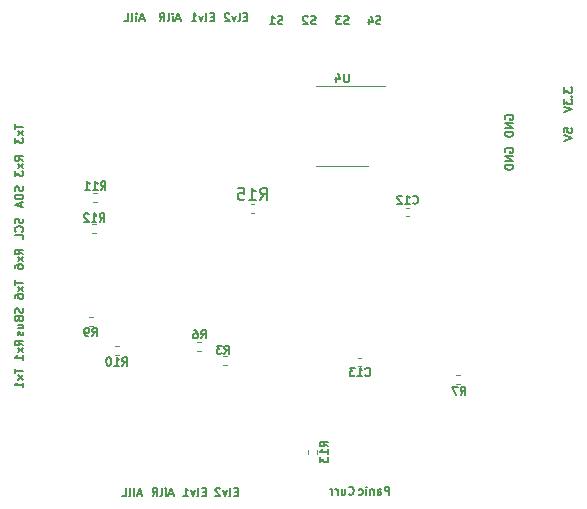
<source format=gbr>
%TF.GenerationSoftware,KiCad,Pcbnew,(6.0.1)*%
%TF.CreationDate,2022-08-29T10:58:40+03:00*%
%TF.ProjectId,flight controller,666c6967-6874-4206-936f-6e74726f6c6c,rev?*%
%TF.SameCoordinates,Original*%
%TF.FileFunction,Legend,Bot*%
%TF.FilePolarity,Positive*%
%FSLAX46Y46*%
G04 Gerber Fmt 4.6, Leading zero omitted, Abs format (unit mm)*
G04 Created by KiCad (PCBNEW (6.0.1)) date 2022-08-29 10:58:40*
%MOMM*%
%LPD*%
G01*
G04 APERTURE LIST*
%ADD10C,0.150000*%
%ADD11C,0.120000*%
G04 APERTURE END LIST*
D10*
%TO.C,Elv2*%
X134233333Y-110490000D02*
X134000000Y-110490000D01*
X133900000Y-110856666D02*
X134233333Y-110856666D01*
X134233333Y-110156666D01*
X133900000Y-110156666D01*
X133500000Y-110856666D02*
X133566666Y-110823333D01*
X133600000Y-110756666D01*
X133600000Y-110156666D01*
X133300000Y-110390000D02*
X133133333Y-110856666D01*
X132966666Y-110390000D01*
X132733333Y-110223333D02*
X132700000Y-110190000D01*
X132633333Y-110156666D01*
X132466666Y-110156666D01*
X132400000Y-110190000D01*
X132366666Y-110223333D01*
X132333333Y-110290000D01*
X132333333Y-110356666D01*
X132366666Y-110456666D01*
X132766666Y-110856666D01*
X132333333Y-110856666D01*
%TO.C,Panic*%
X147083333Y-110756666D02*
X147083333Y-110056666D01*
X146816666Y-110056666D01*
X146750000Y-110090000D01*
X146716666Y-110123333D01*
X146683333Y-110190000D01*
X146683333Y-110290000D01*
X146716666Y-110356666D01*
X146750000Y-110390000D01*
X146816666Y-110423333D01*
X147083333Y-110423333D01*
X146083333Y-110756666D02*
X146083333Y-110390000D01*
X146116666Y-110323333D01*
X146183333Y-110290000D01*
X146316666Y-110290000D01*
X146383333Y-110323333D01*
X146083333Y-110723333D02*
X146150000Y-110756666D01*
X146316666Y-110756666D01*
X146383333Y-110723333D01*
X146416666Y-110656666D01*
X146416666Y-110590000D01*
X146383333Y-110523333D01*
X146316666Y-110490000D01*
X146150000Y-110490000D01*
X146083333Y-110456666D01*
X145750000Y-110290000D02*
X145750000Y-110756666D01*
X145750000Y-110356666D02*
X145716666Y-110323333D01*
X145650000Y-110290000D01*
X145550000Y-110290000D01*
X145483333Y-110323333D01*
X145450000Y-110390000D01*
X145450000Y-110756666D01*
X145116666Y-110756666D02*
X145116666Y-110290000D01*
X145116666Y-110056666D02*
X145150000Y-110090000D01*
X145116666Y-110123333D01*
X145083333Y-110090000D01*
X145116666Y-110056666D01*
X145116666Y-110123333D01*
X144483333Y-110723333D02*
X144550000Y-110756666D01*
X144683333Y-110756666D01*
X144750000Y-110723333D01*
X144783333Y-110690000D01*
X144816666Y-110623333D01*
X144816666Y-110423333D01*
X144783333Y-110356666D01*
X144750000Y-110323333D01*
X144683333Y-110290000D01*
X144550000Y-110290000D01*
X144483333Y-110323333D01*
%TO.C,R3*%
X133116666Y-98816666D02*
X133350000Y-98483333D01*
X133516666Y-98816666D02*
X133516666Y-98116666D01*
X133250000Y-98116666D01*
X133183333Y-98150000D01*
X133150000Y-98183333D01*
X133116666Y-98250000D01*
X133116666Y-98350000D01*
X133150000Y-98416666D01*
X133183333Y-98450000D01*
X133250000Y-98483333D01*
X133516666Y-98483333D01*
X132883333Y-98116666D02*
X132450000Y-98116666D01*
X132683333Y-98383333D01*
X132583333Y-98383333D01*
X132516666Y-98416666D01*
X132483333Y-98450000D01*
X132450000Y-98516666D01*
X132450000Y-98683333D01*
X132483333Y-98750000D01*
X132516666Y-98783333D01*
X132583333Y-98816666D01*
X132783333Y-98816666D01*
X132850000Y-98783333D01*
X132883333Y-98750000D01*
%TO.C,Elv2*%
X135033333Y-70310000D02*
X134800000Y-70310000D01*
X134700000Y-70676666D02*
X135033333Y-70676666D01*
X135033333Y-69976666D01*
X134700000Y-69976666D01*
X134300000Y-70676666D02*
X134366666Y-70643333D01*
X134400000Y-70576666D01*
X134400000Y-69976666D01*
X134100000Y-70210000D02*
X133933333Y-70676666D01*
X133766666Y-70210000D01*
X133533333Y-70043333D02*
X133500000Y-70010000D01*
X133433333Y-69976666D01*
X133266666Y-69976666D01*
X133200000Y-70010000D01*
X133166666Y-70043333D01*
X133133333Y-70110000D01*
X133133333Y-70176666D01*
X133166666Y-70276666D01*
X133566666Y-70676666D01*
X133133333Y-70676666D01*
%TO.C,S4*%
X146333333Y-70883333D02*
X146233333Y-70916666D01*
X146066666Y-70916666D01*
X146000000Y-70883333D01*
X145966666Y-70850000D01*
X145933333Y-70783333D01*
X145933333Y-70716666D01*
X145966666Y-70650000D01*
X146000000Y-70616666D01*
X146066666Y-70583333D01*
X146200000Y-70550000D01*
X146266666Y-70516666D01*
X146300000Y-70483333D01*
X146333333Y-70416666D01*
X146333333Y-70350000D01*
X146300000Y-70283333D01*
X146266666Y-70250000D01*
X146200000Y-70216666D01*
X146033333Y-70216666D01*
X145933333Y-70250000D01*
X145333333Y-70450000D02*
X145333333Y-70916666D01*
X145500000Y-70183333D02*
X145666666Y-70683333D01*
X145233333Y-70683333D01*
%TO.C,R9*%
X121916666Y-97316666D02*
X122150000Y-96983333D01*
X122316666Y-97316666D02*
X122316666Y-96616666D01*
X122050000Y-96616666D01*
X121983333Y-96650000D01*
X121950000Y-96683333D01*
X121916666Y-96750000D01*
X121916666Y-96850000D01*
X121950000Y-96916666D01*
X121983333Y-96950000D01*
X122050000Y-96983333D01*
X122316666Y-96983333D01*
X121583333Y-97316666D02*
X121450000Y-97316666D01*
X121383333Y-97283333D01*
X121350000Y-97250000D01*
X121283333Y-97150000D01*
X121250000Y-97016666D01*
X121250000Y-96750000D01*
X121283333Y-96683333D01*
X121316666Y-96650000D01*
X121383333Y-96616666D01*
X121516666Y-96616666D01*
X121583333Y-96650000D01*
X121616666Y-96683333D01*
X121650000Y-96750000D01*
X121650000Y-96916666D01*
X121616666Y-96983333D01*
X121583333Y-97016666D01*
X121516666Y-97050000D01*
X121383333Y-97050000D01*
X121316666Y-97016666D01*
X121283333Y-96983333D01*
X121250000Y-96916666D01*
%TO.C,3.3V*%
X161856666Y-76266666D02*
X161856666Y-76700000D01*
X162123333Y-76466666D01*
X162123333Y-76566666D01*
X162156666Y-76633333D01*
X162190000Y-76666666D01*
X162256666Y-76700000D01*
X162423333Y-76700000D01*
X162490000Y-76666666D01*
X162523333Y-76633333D01*
X162556666Y-76566666D01*
X162556666Y-76366666D01*
X162523333Y-76300000D01*
X162490000Y-76266666D01*
X162490000Y-77000000D02*
X162523333Y-77033333D01*
X162556666Y-77000000D01*
X162523333Y-76966666D01*
X162490000Y-77000000D01*
X162556666Y-77000000D01*
X161856666Y-77266666D02*
X161856666Y-77700000D01*
X162123333Y-77466666D01*
X162123333Y-77566666D01*
X162156666Y-77633333D01*
X162190000Y-77666666D01*
X162256666Y-77700000D01*
X162423333Y-77700000D01*
X162490000Y-77666666D01*
X162523333Y-77633333D01*
X162556666Y-77566666D01*
X162556666Y-77366666D01*
X162523333Y-77300000D01*
X162490000Y-77266666D01*
X161856666Y-77900000D02*
X162556666Y-78133333D01*
X161856666Y-78366666D01*
%TO.C,C12*%
X149082500Y-86050000D02*
X149115833Y-86083333D01*
X149215833Y-86116666D01*
X149282500Y-86116666D01*
X149382500Y-86083333D01*
X149449166Y-86016666D01*
X149482500Y-85950000D01*
X149515833Y-85816666D01*
X149515833Y-85716666D01*
X149482500Y-85583333D01*
X149449166Y-85516666D01*
X149382500Y-85450000D01*
X149282500Y-85416666D01*
X149215833Y-85416666D01*
X149115833Y-85450000D01*
X149082500Y-85483333D01*
X148415833Y-86116666D02*
X148815833Y-86116666D01*
X148615833Y-86116666D02*
X148615833Y-85416666D01*
X148682500Y-85516666D01*
X148749166Y-85583333D01*
X148815833Y-85616666D01*
X148149166Y-85483333D02*
X148115833Y-85450000D01*
X148049166Y-85416666D01*
X147882500Y-85416666D01*
X147815833Y-85450000D01*
X147782500Y-85483333D01*
X147749166Y-85550000D01*
X147749166Y-85616666D01*
X147782500Y-85716666D01*
X148182500Y-86116666D01*
X147749166Y-86116666D01*
%TO.C,S1*%
X138033333Y-70883333D02*
X137933333Y-70916666D01*
X137766666Y-70916666D01*
X137700000Y-70883333D01*
X137666666Y-70850000D01*
X137633333Y-70783333D01*
X137633333Y-70716666D01*
X137666666Y-70650000D01*
X137700000Y-70616666D01*
X137766666Y-70583333D01*
X137900000Y-70550000D01*
X137966666Y-70516666D01*
X138000000Y-70483333D01*
X138033333Y-70416666D01*
X138033333Y-70350000D01*
X138000000Y-70283333D01*
X137966666Y-70250000D01*
X137900000Y-70216666D01*
X137733333Y-70216666D01*
X137633333Y-70250000D01*
X136966666Y-70916666D02*
X137366666Y-70916666D01*
X137166666Y-70916666D02*
X137166666Y-70216666D01*
X137233333Y-70316666D01*
X137300000Y-70383333D01*
X137366666Y-70416666D01*
%TO.C,U4*%
X143633333Y-75116666D02*
X143633333Y-75683333D01*
X143600000Y-75750000D01*
X143566666Y-75783333D01*
X143500000Y-75816666D01*
X143366666Y-75816666D01*
X143300000Y-75783333D01*
X143266666Y-75750000D01*
X143233333Y-75683333D01*
X143233333Y-75116666D01*
X142600000Y-75350000D02*
X142600000Y-75816666D01*
X142766666Y-75083333D02*
X142933333Y-75583333D01*
X142500000Y-75583333D01*
%TO.C, *%
%TO.C,AilR*%
X129366666Y-70476666D02*
X129033333Y-70476666D01*
X129433333Y-70676666D02*
X129200000Y-69976666D01*
X128966666Y-70676666D01*
X128733333Y-70676666D02*
X128733333Y-70210000D01*
X128733333Y-69976666D02*
X128766666Y-70010000D01*
X128733333Y-70043333D01*
X128700000Y-70010000D01*
X128733333Y-69976666D01*
X128733333Y-70043333D01*
X128300000Y-70676666D02*
X128366666Y-70643333D01*
X128400000Y-70576666D01*
X128400000Y-69976666D01*
X127633333Y-70676666D02*
X127866666Y-70343333D01*
X128033333Y-70676666D02*
X128033333Y-69976666D01*
X127766666Y-69976666D01*
X127700000Y-70010000D01*
X127666666Y-70043333D01*
X127633333Y-70110000D01*
X127633333Y-70210000D01*
X127666666Y-70276666D01*
X127700000Y-70310000D01*
X127766666Y-70343333D01*
X128033333Y-70343333D01*
%TO.C,SCL*%
X116043333Y-87366666D02*
X116076666Y-87466666D01*
X116076666Y-87633333D01*
X116043333Y-87700000D01*
X116010000Y-87733333D01*
X115943333Y-87766666D01*
X115876666Y-87766666D01*
X115810000Y-87733333D01*
X115776666Y-87700000D01*
X115743333Y-87633333D01*
X115710000Y-87500000D01*
X115676666Y-87433333D01*
X115643333Y-87400000D01*
X115576666Y-87366666D01*
X115510000Y-87366666D01*
X115443333Y-87400000D01*
X115410000Y-87433333D01*
X115376666Y-87500000D01*
X115376666Y-87666666D01*
X115410000Y-87766666D01*
X116010000Y-88466666D02*
X116043333Y-88433333D01*
X116076666Y-88333333D01*
X116076666Y-88266666D01*
X116043333Y-88166666D01*
X115976666Y-88100000D01*
X115910000Y-88066666D01*
X115776666Y-88033333D01*
X115676666Y-88033333D01*
X115543333Y-88066666D01*
X115476666Y-88100000D01*
X115410000Y-88166666D01*
X115376666Y-88266666D01*
X115376666Y-88333333D01*
X115410000Y-88433333D01*
X115443333Y-88466666D01*
X116076666Y-89100000D02*
X116076666Y-88766666D01*
X115376666Y-88766666D01*
%TO.C, *%
%TO.C,  *%
%TO.C,R6*%
X131119166Y-97516666D02*
X131352500Y-97183333D01*
X131519166Y-97516666D02*
X131519166Y-96816666D01*
X131252500Y-96816666D01*
X131185833Y-96850000D01*
X131152500Y-96883333D01*
X131119166Y-96950000D01*
X131119166Y-97050000D01*
X131152500Y-97116666D01*
X131185833Y-97150000D01*
X131252500Y-97183333D01*
X131519166Y-97183333D01*
X130519166Y-96816666D02*
X130652500Y-96816666D01*
X130719166Y-96850000D01*
X130752500Y-96883333D01*
X130819166Y-96983333D01*
X130852500Y-97116666D01*
X130852500Y-97383333D01*
X130819166Y-97450000D01*
X130785833Y-97483333D01*
X130719166Y-97516666D01*
X130585833Y-97516666D01*
X130519166Y-97483333D01*
X130485833Y-97450000D01*
X130452500Y-97383333D01*
X130452500Y-97216666D01*
X130485833Y-97150000D01*
X130519166Y-97116666D01*
X130585833Y-97083333D01*
X130719166Y-97083333D01*
X130785833Y-97116666D01*
X130819166Y-97150000D01*
X130852500Y-97216666D01*
%TO.C,C13*%
X145050000Y-100650000D02*
X145083333Y-100683333D01*
X145183333Y-100716666D01*
X145250000Y-100716666D01*
X145350000Y-100683333D01*
X145416666Y-100616666D01*
X145450000Y-100550000D01*
X145483333Y-100416666D01*
X145483333Y-100316666D01*
X145450000Y-100183333D01*
X145416666Y-100116666D01*
X145350000Y-100050000D01*
X145250000Y-100016666D01*
X145183333Y-100016666D01*
X145083333Y-100050000D01*
X145050000Y-100083333D01*
X144383333Y-100716666D02*
X144783333Y-100716666D01*
X144583333Y-100716666D02*
X144583333Y-100016666D01*
X144650000Y-100116666D01*
X144716666Y-100183333D01*
X144783333Y-100216666D01*
X144150000Y-100016666D02*
X143716666Y-100016666D01*
X143950000Y-100283333D01*
X143850000Y-100283333D01*
X143783333Y-100316666D01*
X143750000Y-100350000D01*
X143716666Y-100416666D01*
X143716666Y-100583333D01*
X143750000Y-100650000D01*
X143783333Y-100683333D01*
X143850000Y-100716666D01*
X144050000Y-100716666D01*
X144116666Y-100683333D01*
X144150000Y-100650000D01*
%TO.C,GND*%
X156890000Y-81766666D02*
X156856666Y-81700000D01*
X156856666Y-81600000D01*
X156890000Y-81500000D01*
X156956666Y-81433333D01*
X157023333Y-81400000D01*
X157156666Y-81366666D01*
X157256666Y-81366666D01*
X157390000Y-81400000D01*
X157456666Y-81433333D01*
X157523333Y-81500000D01*
X157556666Y-81600000D01*
X157556666Y-81666666D01*
X157523333Y-81766666D01*
X157490000Y-81800000D01*
X157256666Y-81800000D01*
X157256666Y-81666666D01*
X157556666Y-82100000D02*
X156856666Y-82100000D01*
X157556666Y-82500000D01*
X156856666Y-82500000D01*
X157556666Y-82833333D02*
X156856666Y-82833333D01*
X156856666Y-83000000D01*
X156890000Y-83100000D01*
X156956666Y-83166666D01*
X157023333Y-83200000D01*
X157156666Y-83233333D01*
X157256666Y-83233333D01*
X157390000Y-83200000D01*
X157456666Y-83166666D01*
X157523333Y-83100000D01*
X157556666Y-83000000D01*
X157556666Y-82833333D01*
%TO.C,R15*%
X136140357Y-85782380D02*
X136473690Y-85306190D01*
X136711785Y-85782380D02*
X136711785Y-84782380D01*
X136330833Y-84782380D01*
X136235595Y-84830000D01*
X136187976Y-84877619D01*
X136140357Y-84972857D01*
X136140357Y-85115714D01*
X136187976Y-85210952D01*
X136235595Y-85258571D01*
X136330833Y-85306190D01*
X136711785Y-85306190D01*
X135187976Y-85782380D02*
X135759404Y-85782380D01*
X135473690Y-85782380D02*
X135473690Y-84782380D01*
X135568928Y-84925238D01*
X135664166Y-85020476D01*
X135759404Y-85068095D01*
X134283214Y-84782380D02*
X134759404Y-84782380D01*
X134807023Y-85258571D01*
X134759404Y-85210952D01*
X134664166Y-85163333D01*
X134426071Y-85163333D01*
X134330833Y-85210952D01*
X134283214Y-85258571D01*
X134235595Y-85353809D01*
X134235595Y-85591904D01*
X134283214Y-85687142D01*
X134330833Y-85734761D01*
X134426071Y-85782380D01*
X134664166Y-85782380D01*
X134759404Y-85734761D01*
X134807023Y-85687142D01*
%TO.C,S2*%
X140833333Y-70883333D02*
X140733333Y-70916666D01*
X140566666Y-70916666D01*
X140500000Y-70883333D01*
X140466666Y-70850000D01*
X140433333Y-70783333D01*
X140433333Y-70716666D01*
X140466666Y-70650000D01*
X140500000Y-70616666D01*
X140566666Y-70583333D01*
X140700000Y-70550000D01*
X140766666Y-70516666D01*
X140800000Y-70483333D01*
X140833333Y-70416666D01*
X140833333Y-70350000D01*
X140800000Y-70283333D01*
X140766666Y-70250000D01*
X140700000Y-70216666D01*
X140533333Y-70216666D01*
X140433333Y-70250000D01*
X140166666Y-70283333D02*
X140133333Y-70250000D01*
X140066666Y-70216666D01*
X139900000Y-70216666D01*
X139833333Y-70250000D01*
X139800000Y-70283333D01*
X139766666Y-70350000D01*
X139766666Y-70416666D01*
X139800000Y-70516666D01*
X140200000Y-70916666D01*
X139766666Y-70916666D01*
%TO.C,Rx6*%
X116076666Y-90400000D02*
X115743333Y-90166666D01*
X116076666Y-90000000D02*
X115376666Y-90000000D01*
X115376666Y-90266666D01*
X115410000Y-90333333D01*
X115443333Y-90366666D01*
X115510000Y-90400000D01*
X115610000Y-90400000D01*
X115676666Y-90366666D01*
X115710000Y-90333333D01*
X115743333Y-90266666D01*
X115743333Y-90000000D01*
X116076666Y-90633333D02*
X115610000Y-91000000D01*
X115610000Y-90633333D02*
X116076666Y-91000000D01*
X115376666Y-91566666D02*
X115376666Y-91433333D01*
X115410000Y-91366666D01*
X115443333Y-91333333D01*
X115543333Y-91266666D01*
X115676666Y-91233333D01*
X115943333Y-91233333D01*
X116010000Y-91266666D01*
X116043333Y-91300000D01*
X116076666Y-91366666D01*
X116076666Y-91500000D01*
X116043333Y-91566666D01*
X116010000Y-91600000D01*
X115943333Y-91633333D01*
X115776666Y-91633333D01*
X115710000Y-91600000D01*
X115676666Y-91566666D01*
X115643333Y-91500000D01*
X115643333Y-91366666D01*
X115676666Y-91300000D01*
X115710000Y-91266666D01*
X115776666Y-91233333D01*
%TO.C, *%
%TO.C,AilR*%
X128766666Y-110656666D02*
X128433333Y-110656666D01*
X128833333Y-110856666D02*
X128600000Y-110156666D01*
X128366666Y-110856666D01*
X128133333Y-110856666D02*
X128133333Y-110390000D01*
X128133333Y-110156666D02*
X128166666Y-110190000D01*
X128133333Y-110223333D01*
X128100000Y-110190000D01*
X128133333Y-110156666D01*
X128133333Y-110223333D01*
X127700000Y-110856666D02*
X127766666Y-110823333D01*
X127800000Y-110756666D01*
X127800000Y-110156666D01*
X127033333Y-110856666D02*
X127266666Y-110523333D01*
X127433333Y-110856666D02*
X127433333Y-110156666D01*
X127166666Y-110156666D01*
X127100000Y-110190000D01*
X127066666Y-110223333D01*
X127033333Y-110290000D01*
X127033333Y-110390000D01*
X127066666Y-110456666D01*
X127100000Y-110490000D01*
X127166666Y-110523333D01*
X127433333Y-110523333D01*
%TO.C, *%
%TO.C,R7*%
X153116666Y-102316666D02*
X153350000Y-101983333D01*
X153516666Y-102316666D02*
X153516666Y-101616666D01*
X153250000Y-101616666D01*
X153183333Y-101650000D01*
X153150000Y-101683333D01*
X153116666Y-101750000D01*
X153116666Y-101850000D01*
X153150000Y-101916666D01*
X153183333Y-101950000D01*
X153250000Y-101983333D01*
X153516666Y-101983333D01*
X152883333Y-101616666D02*
X152416666Y-101616666D01*
X152716666Y-102316666D01*
%TO.C,5V*%
X161856666Y-80066666D02*
X161856666Y-79733333D01*
X162190000Y-79700000D01*
X162156666Y-79733333D01*
X162123333Y-79800000D01*
X162123333Y-79966666D01*
X162156666Y-80033333D01*
X162190000Y-80066666D01*
X162256666Y-80100000D01*
X162423333Y-80100000D01*
X162490000Y-80066666D01*
X162523333Y-80033333D01*
X162556666Y-79966666D01*
X162556666Y-79800000D01*
X162523333Y-79733333D01*
X162490000Y-79700000D01*
X161856666Y-80300000D02*
X162556666Y-80533333D01*
X161856666Y-80766666D01*
%TO.C,GND*%
X156890000Y-78966666D02*
X156856666Y-78900000D01*
X156856666Y-78800000D01*
X156890000Y-78700000D01*
X156956666Y-78633333D01*
X157023333Y-78600000D01*
X157156666Y-78566666D01*
X157256666Y-78566666D01*
X157390000Y-78600000D01*
X157456666Y-78633333D01*
X157523333Y-78700000D01*
X157556666Y-78800000D01*
X157556666Y-78866666D01*
X157523333Y-78966666D01*
X157490000Y-79000000D01*
X157256666Y-79000000D01*
X157256666Y-78866666D01*
X157556666Y-79300000D02*
X156856666Y-79300000D01*
X157556666Y-79700000D01*
X156856666Y-79700000D01*
X157556666Y-80033333D02*
X156856666Y-80033333D01*
X156856666Y-80200000D01*
X156890000Y-80300000D01*
X156956666Y-80366666D01*
X157023333Y-80400000D01*
X157156666Y-80433333D01*
X157256666Y-80433333D01*
X157390000Y-80400000D01*
X157456666Y-80366666D01*
X157523333Y-80300000D01*
X157556666Y-80200000D01*
X157556666Y-80033333D01*
%TO.C,Elv1*%
X131533333Y-110490000D02*
X131300000Y-110490000D01*
X131200000Y-110856666D02*
X131533333Y-110856666D01*
X131533333Y-110156666D01*
X131200000Y-110156666D01*
X130800000Y-110856666D02*
X130866666Y-110823333D01*
X130900000Y-110756666D01*
X130900000Y-110156666D01*
X130600000Y-110390000D02*
X130433333Y-110856666D01*
X130266666Y-110390000D01*
X129633333Y-110856666D02*
X130033333Y-110856666D01*
X129833333Y-110856666D02*
X129833333Y-110156666D01*
X129900000Y-110256666D01*
X129966666Y-110323333D01*
X130033333Y-110356666D01*
%TO.C,Tx6*%
X115376666Y-92583333D02*
X115376666Y-92983333D01*
X116076666Y-92783333D02*
X115376666Y-92783333D01*
X116076666Y-93150000D02*
X115610000Y-93516666D01*
X115610000Y-93150000D02*
X116076666Y-93516666D01*
X115376666Y-94083333D02*
X115376666Y-93950000D01*
X115410000Y-93883333D01*
X115443333Y-93850000D01*
X115543333Y-93783333D01*
X115676666Y-93750000D01*
X115943333Y-93750000D01*
X116010000Y-93783333D01*
X116043333Y-93816666D01*
X116076666Y-93883333D01*
X116076666Y-94016666D01*
X116043333Y-94083333D01*
X116010000Y-94116666D01*
X115943333Y-94150000D01*
X115776666Y-94150000D01*
X115710000Y-94116666D01*
X115676666Y-94083333D01*
X115643333Y-94016666D01*
X115643333Y-93883333D01*
X115676666Y-93816666D01*
X115710000Y-93783333D01*
X115776666Y-93750000D01*
%TO.C, *%
%TO.C,R10*%
X124450000Y-99816666D02*
X124683333Y-99483333D01*
X124850000Y-99816666D02*
X124850000Y-99116666D01*
X124583333Y-99116666D01*
X124516666Y-99150000D01*
X124483333Y-99183333D01*
X124450000Y-99250000D01*
X124450000Y-99350000D01*
X124483333Y-99416666D01*
X124516666Y-99450000D01*
X124583333Y-99483333D01*
X124850000Y-99483333D01*
X123783333Y-99816666D02*
X124183333Y-99816666D01*
X123983333Y-99816666D02*
X123983333Y-99116666D01*
X124050000Y-99216666D01*
X124116666Y-99283333D01*
X124183333Y-99316666D01*
X123350000Y-99116666D02*
X123283333Y-99116666D01*
X123216666Y-99150000D01*
X123183333Y-99183333D01*
X123150000Y-99250000D01*
X123116666Y-99383333D01*
X123116666Y-99550000D01*
X123150000Y-99683333D01*
X123183333Y-99750000D01*
X123216666Y-99783333D01*
X123283333Y-99816666D01*
X123350000Y-99816666D01*
X123416666Y-99783333D01*
X123450000Y-99750000D01*
X123483333Y-99683333D01*
X123516666Y-99550000D01*
X123516666Y-99383333D01*
X123483333Y-99250000D01*
X123450000Y-99183333D01*
X123416666Y-99150000D01*
X123350000Y-99116666D01*
%TO.C,R12*%
X122550000Y-87616666D02*
X122783333Y-87283333D01*
X122950000Y-87616666D02*
X122950000Y-86916666D01*
X122683333Y-86916666D01*
X122616666Y-86950000D01*
X122583333Y-86983333D01*
X122550000Y-87050000D01*
X122550000Y-87150000D01*
X122583333Y-87216666D01*
X122616666Y-87250000D01*
X122683333Y-87283333D01*
X122950000Y-87283333D01*
X121883333Y-87616666D02*
X122283333Y-87616666D01*
X122083333Y-87616666D02*
X122083333Y-86916666D01*
X122150000Y-87016666D01*
X122216666Y-87083333D01*
X122283333Y-87116666D01*
X121616666Y-86983333D02*
X121583333Y-86950000D01*
X121516666Y-86916666D01*
X121350000Y-86916666D01*
X121283333Y-86950000D01*
X121250000Y-86983333D01*
X121216666Y-87050000D01*
X121216666Y-87116666D01*
X121250000Y-87216666D01*
X121650000Y-87616666D01*
X121216666Y-87616666D01*
%TO.C,Rx1*%
X116076666Y-98100000D02*
X115743333Y-97866666D01*
X116076666Y-97700000D02*
X115376666Y-97700000D01*
X115376666Y-97966666D01*
X115410000Y-98033333D01*
X115443333Y-98066666D01*
X115510000Y-98100000D01*
X115610000Y-98100000D01*
X115676666Y-98066666D01*
X115710000Y-98033333D01*
X115743333Y-97966666D01*
X115743333Y-97700000D01*
X116076666Y-98333333D02*
X115610000Y-98700000D01*
X115610000Y-98333333D02*
X116076666Y-98700000D01*
X116076666Y-99333333D02*
X116076666Y-98933333D01*
X116076666Y-99133333D02*
X115376666Y-99133333D01*
X115476666Y-99066666D01*
X115543333Y-99000000D01*
X115576666Y-98933333D01*
%TO.C,SDA*%
X116043333Y-84650000D02*
X116076666Y-84750000D01*
X116076666Y-84916666D01*
X116043333Y-84983333D01*
X116010000Y-85016666D01*
X115943333Y-85050000D01*
X115876666Y-85050000D01*
X115810000Y-85016666D01*
X115776666Y-84983333D01*
X115743333Y-84916666D01*
X115710000Y-84783333D01*
X115676666Y-84716666D01*
X115643333Y-84683333D01*
X115576666Y-84650000D01*
X115510000Y-84650000D01*
X115443333Y-84683333D01*
X115410000Y-84716666D01*
X115376666Y-84783333D01*
X115376666Y-84950000D01*
X115410000Y-85050000D01*
X116076666Y-85350000D02*
X115376666Y-85350000D01*
X115376666Y-85516666D01*
X115410000Y-85616666D01*
X115476666Y-85683333D01*
X115543333Y-85716666D01*
X115676666Y-85750000D01*
X115776666Y-85750000D01*
X115910000Y-85716666D01*
X115976666Y-85683333D01*
X116043333Y-85616666D01*
X116076666Y-85516666D01*
X116076666Y-85350000D01*
X115876666Y-86016666D02*
X115876666Y-86350000D01*
X116076666Y-85950000D02*
X115376666Y-86183333D01*
X116076666Y-86416666D01*
%TO.C,R13*%
X141916666Y-106652500D02*
X141583333Y-106419166D01*
X141916666Y-106252500D02*
X141216666Y-106252500D01*
X141216666Y-106519166D01*
X141250000Y-106585833D01*
X141283333Y-106619166D01*
X141350000Y-106652500D01*
X141450000Y-106652500D01*
X141516666Y-106619166D01*
X141550000Y-106585833D01*
X141583333Y-106519166D01*
X141583333Y-106252500D01*
X141916666Y-107319166D02*
X141916666Y-106919166D01*
X141916666Y-107119166D02*
X141216666Y-107119166D01*
X141316666Y-107052500D01*
X141383333Y-106985833D01*
X141416666Y-106919166D01*
X141216666Y-107552500D02*
X141216666Y-107985833D01*
X141483333Y-107752500D01*
X141483333Y-107852500D01*
X141516666Y-107919166D01*
X141550000Y-107952500D01*
X141616666Y-107985833D01*
X141783333Y-107985833D01*
X141850000Y-107952500D01*
X141883333Y-107919166D01*
X141916666Y-107852500D01*
X141916666Y-107652500D01*
X141883333Y-107585833D01*
X141850000Y-107552500D01*
%TO.C,R11*%
X122650000Y-84916666D02*
X122883333Y-84583333D01*
X123050000Y-84916666D02*
X123050000Y-84216666D01*
X122783333Y-84216666D01*
X122716666Y-84250000D01*
X122683333Y-84283333D01*
X122650000Y-84350000D01*
X122650000Y-84450000D01*
X122683333Y-84516666D01*
X122716666Y-84550000D01*
X122783333Y-84583333D01*
X123050000Y-84583333D01*
X121983333Y-84916666D02*
X122383333Y-84916666D01*
X122183333Y-84916666D02*
X122183333Y-84216666D01*
X122250000Y-84316666D01*
X122316666Y-84383333D01*
X122383333Y-84416666D01*
X121316666Y-84916666D02*
X121716666Y-84916666D01*
X121516666Y-84916666D02*
X121516666Y-84216666D01*
X121583333Y-84316666D01*
X121650000Y-84383333D01*
X121716666Y-84416666D01*
%TO.C,AilL*%
X126300000Y-70476666D02*
X125966666Y-70476666D01*
X126366666Y-70676666D02*
X126133333Y-69976666D01*
X125900000Y-70676666D01*
X125666666Y-70676666D02*
X125666666Y-70210000D01*
X125666666Y-69976666D02*
X125700000Y-70010000D01*
X125666666Y-70043333D01*
X125633333Y-70010000D01*
X125666666Y-69976666D01*
X125666666Y-70043333D01*
X125233333Y-70676666D02*
X125300000Y-70643333D01*
X125333333Y-70576666D01*
X125333333Y-69976666D01*
X124633333Y-70676666D02*
X124966666Y-70676666D01*
X124966666Y-69976666D01*
%TO.C, *%
%TO.C,Curr*%
X143633333Y-110690000D02*
X143666666Y-110723333D01*
X143766666Y-110756666D01*
X143833333Y-110756666D01*
X143933333Y-110723333D01*
X144000000Y-110656666D01*
X144033333Y-110590000D01*
X144066666Y-110456666D01*
X144066666Y-110356666D01*
X144033333Y-110223333D01*
X144000000Y-110156666D01*
X143933333Y-110090000D01*
X143833333Y-110056666D01*
X143766666Y-110056666D01*
X143666666Y-110090000D01*
X143633333Y-110123333D01*
X143033333Y-110290000D02*
X143033333Y-110756666D01*
X143333333Y-110290000D02*
X143333333Y-110656666D01*
X143300000Y-110723333D01*
X143233333Y-110756666D01*
X143133333Y-110756666D01*
X143066666Y-110723333D01*
X143033333Y-110690000D01*
X142700000Y-110756666D02*
X142700000Y-110290000D01*
X142700000Y-110423333D02*
X142666666Y-110356666D01*
X142633333Y-110323333D01*
X142566666Y-110290000D01*
X142500000Y-110290000D01*
X142266666Y-110756666D02*
X142266666Y-110290000D01*
X142266666Y-110423333D02*
X142233333Y-110356666D01*
X142200000Y-110323333D01*
X142133333Y-110290000D01*
X142066666Y-110290000D01*
%TO.C,AilL*%
X126100000Y-110656666D02*
X125766666Y-110656666D01*
X126166666Y-110856666D02*
X125933333Y-110156666D01*
X125700000Y-110856666D01*
X125466666Y-110856666D02*
X125466666Y-110390000D01*
X125466666Y-110156666D02*
X125500000Y-110190000D01*
X125466666Y-110223333D01*
X125433333Y-110190000D01*
X125466666Y-110156666D01*
X125466666Y-110223333D01*
X125033333Y-110856666D02*
X125100000Y-110823333D01*
X125133333Y-110756666D01*
X125133333Y-110156666D01*
X124433333Y-110856666D02*
X124766666Y-110856666D01*
X124766666Y-110156666D01*
%TO.C,Rx3*%
X116076666Y-82500000D02*
X115743333Y-82266666D01*
X116076666Y-82100000D02*
X115376666Y-82100000D01*
X115376666Y-82366666D01*
X115410000Y-82433333D01*
X115443333Y-82466666D01*
X115510000Y-82500000D01*
X115610000Y-82500000D01*
X115676666Y-82466666D01*
X115710000Y-82433333D01*
X115743333Y-82366666D01*
X115743333Y-82100000D01*
X116076666Y-82733333D02*
X115610000Y-83100000D01*
X115610000Y-82733333D02*
X116076666Y-83100000D01*
X115376666Y-83300000D02*
X115376666Y-83733333D01*
X115643333Y-83500000D01*
X115643333Y-83600000D01*
X115676666Y-83666666D01*
X115710000Y-83700000D01*
X115776666Y-83733333D01*
X115943333Y-83733333D01*
X116010000Y-83700000D01*
X116043333Y-83666666D01*
X116076666Y-83600000D01*
X116076666Y-83400000D01*
X116043333Y-83333333D01*
X116010000Y-83300000D01*
%TO.C,Tx3*%
X115376666Y-79383333D02*
X115376666Y-79783333D01*
X116076666Y-79583333D02*
X115376666Y-79583333D01*
X116076666Y-79950000D02*
X115610000Y-80316666D01*
X115610000Y-79950000D02*
X116076666Y-80316666D01*
X115376666Y-80516666D02*
X115376666Y-80950000D01*
X115643333Y-80716666D01*
X115643333Y-80816666D01*
X115676666Y-80883333D01*
X115710000Y-80916666D01*
X115776666Y-80950000D01*
X115943333Y-80950000D01*
X116010000Y-80916666D01*
X116043333Y-80883333D01*
X116076666Y-80816666D01*
X116076666Y-80616666D01*
X116043333Y-80550000D01*
X116010000Y-80516666D01*
%TO.C,Tx1*%
X115376666Y-100083333D02*
X115376666Y-100483333D01*
X116076666Y-100283333D02*
X115376666Y-100283333D01*
X116076666Y-100650000D02*
X115610000Y-101016666D01*
X115610000Y-100650000D02*
X116076666Y-101016666D01*
X116076666Y-101650000D02*
X116076666Y-101250000D01*
X116076666Y-101450000D02*
X115376666Y-101450000D01*
X115476666Y-101383333D01*
X115543333Y-101316666D01*
X115576666Y-101250000D01*
%TO.C,SBus*%
X116043333Y-94950000D02*
X116076666Y-95050000D01*
X116076666Y-95216666D01*
X116043333Y-95283333D01*
X116010000Y-95316666D01*
X115943333Y-95350000D01*
X115876666Y-95350000D01*
X115810000Y-95316666D01*
X115776666Y-95283333D01*
X115743333Y-95216666D01*
X115710000Y-95083333D01*
X115676666Y-95016666D01*
X115643333Y-94983333D01*
X115576666Y-94950000D01*
X115510000Y-94950000D01*
X115443333Y-94983333D01*
X115410000Y-95016666D01*
X115376666Y-95083333D01*
X115376666Y-95250000D01*
X115410000Y-95350000D01*
X115710000Y-95883333D02*
X115743333Y-95983333D01*
X115776666Y-96016666D01*
X115843333Y-96050000D01*
X115943333Y-96050000D01*
X116010000Y-96016666D01*
X116043333Y-95983333D01*
X116076666Y-95916666D01*
X116076666Y-95650000D01*
X115376666Y-95650000D01*
X115376666Y-95883333D01*
X115410000Y-95950000D01*
X115443333Y-95983333D01*
X115510000Y-96016666D01*
X115576666Y-96016666D01*
X115643333Y-95983333D01*
X115676666Y-95950000D01*
X115710000Y-95883333D01*
X115710000Y-95650000D01*
X115610000Y-96650000D02*
X116076666Y-96650000D01*
X115610000Y-96350000D02*
X115976666Y-96350000D01*
X116043333Y-96383333D01*
X116076666Y-96450000D01*
X116076666Y-96550000D01*
X116043333Y-96616666D01*
X116010000Y-96650000D01*
X116043333Y-96950000D02*
X116076666Y-97016666D01*
X116076666Y-97150000D01*
X116043333Y-97216666D01*
X115976666Y-97250000D01*
X115943333Y-97250000D01*
X115876666Y-97216666D01*
X115843333Y-97150000D01*
X115843333Y-97050000D01*
X115810000Y-96983333D01*
X115743333Y-96950000D01*
X115710000Y-96950000D01*
X115643333Y-96983333D01*
X115610000Y-97050000D01*
X115610000Y-97150000D01*
X115643333Y-97216666D01*
%TO.C, *%
%TO.C,S3*%
X143633333Y-70883333D02*
X143533333Y-70916666D01*
X143366666Y-70916666D01*
X143300000Y-70883333D01*
X143266666Y-70850000D01*
X143233333Y-70783333D01*
X143233333Y-70716666D01*
X143266666Y-70650000D01*
X143300000Y-70616666D01*
X143366666Y-70583333D01*
X143500000Y-70550000D01*
X143566666Y-70516666D01*
X143600000Y-70483333D01*
X143633333Y-70416666D01*
X143633333Y-70350000D01*
X143600000Y-70283333D01*
X143566666Y-70250000D01*
X143500000Y-70216666D01*
X143333333Y-70216666D01*
X143233333Y-70250000D01*
X143000000Y-70216666D02*
X142566666Y-70216666D01*
X142800000Y-70483333D01*
X142700000Y-70483333D01*
X142633333Y-70516666D01*
X142600000Y-70550000D01*
X142566666Y-70616666D01*
X142566666Y-70783333D01*
X142600000Y-70850000D01*
X142633333Y-70883333D01*
X142700000Y-70916666D01*
X142900000Y-70916666D01*
X142966666Y-70883333D01*
X143000000Y-70850000D01*
%TO.C, *%
%TO.C,Elv1*%
X132233333Y-70310000D02*
X132000000Y-70310000D01*
X131900000Y-70676666D02*
X132233333Y-70676666D01*
X132233333Y-69976666D01*
X131900000Y-69976666D01*
X131500000Y-70676666D02*
X131566666Y-70643333D01*
X131600000Y-70576666D01*
X131600000Y-69976666D01*
X131300000Y-70210000D02*
X131133333Y-70676666D01*
X130966666Y-70210000D01*
X130333333Y-70676666D02*
X130733333Y-70676666D01*
X130533333Y-70676666D02*
X130533333Y-69976666D01*
X130600000Y-70076666D01*
X130666666Y-70143333D01*
X130733333Y-70176666D01*
%TO.C, *%
D11*
%TO.C,R3*%
X133370121Y-99780000D02*
X133034879Y-99780000D01*
X133370121Y-99020000D02*
X133034879Y-99020000D01*
%TO.C,R9*%
X121629879Y-95720000D02*
X121965121Y-95720000D01*
X121629879Y-96480000D02*
X121965121Y-96480000D01*
%TO.C,C12*%
X148748335Y-86440000D02*
X148516665Y-86440000D01*
X148748335Y-87160000D02*
X148516665Y-87160000D01*
%TO.C,U4*%
X143100000Y-76115000D02*
X146700000Y-76115000D01*
X143100000Y-82885000D02*
X145300000Y-82885000D01*
X143100000Y-76115000D02*
X140900000Y-76115000D01*
X143100000Y-82885000D02*
X140900000Y-82885000D01*
%TO.C,R6*%
X131170121Y-98580000D02*
X130834879Y-98580000D01*
X131170121Y-97820000D02*
X130834879Y-97820000D01*
%TO.C,C13*%
X144648335Y-99140000D02*
X144416665Y-99140000D01*
X144648335Y-99860000D02*
X144416665Y-99860000D01*
%TO.C,R15*%
X135665121Y-86880000D02*
X135329879Y-86880000D01*
X135665121Y-86120000D02*
X135329879Y-86120000D01*
%TO.C,R7*%
X152732379Y-100620000D02*
X153067621Y-100620000D01*
X152732379Y-101380000D02*
X153067621Y-101380000D01*
%TO.C,R10*%
X124167621Y-98880000D02*
X123832379Y-98880000D01*
X124167621Y-98120000D02*
X123832379Y-98120000D01*
%TO.C,R12*%
X122267621Y-88580000D02*
X121932379Y-88580000D01*
X122267621Y-87820000D02*
X121932379Y-87820000D01*
%TO.C,R13*%
X140220000Y-107270121D02*
X140220000Y-106934879D01*
X140980000Y-107270121D02*
X140980000Y-106934879D01*
%TO.C,R11*%
X122367621Y-85980000D02*
X122032379Y-85980000D01*
X122367621Y-85220000D02*
X122032379Y-85220000D01*
%TD*%
M02*

</source>
